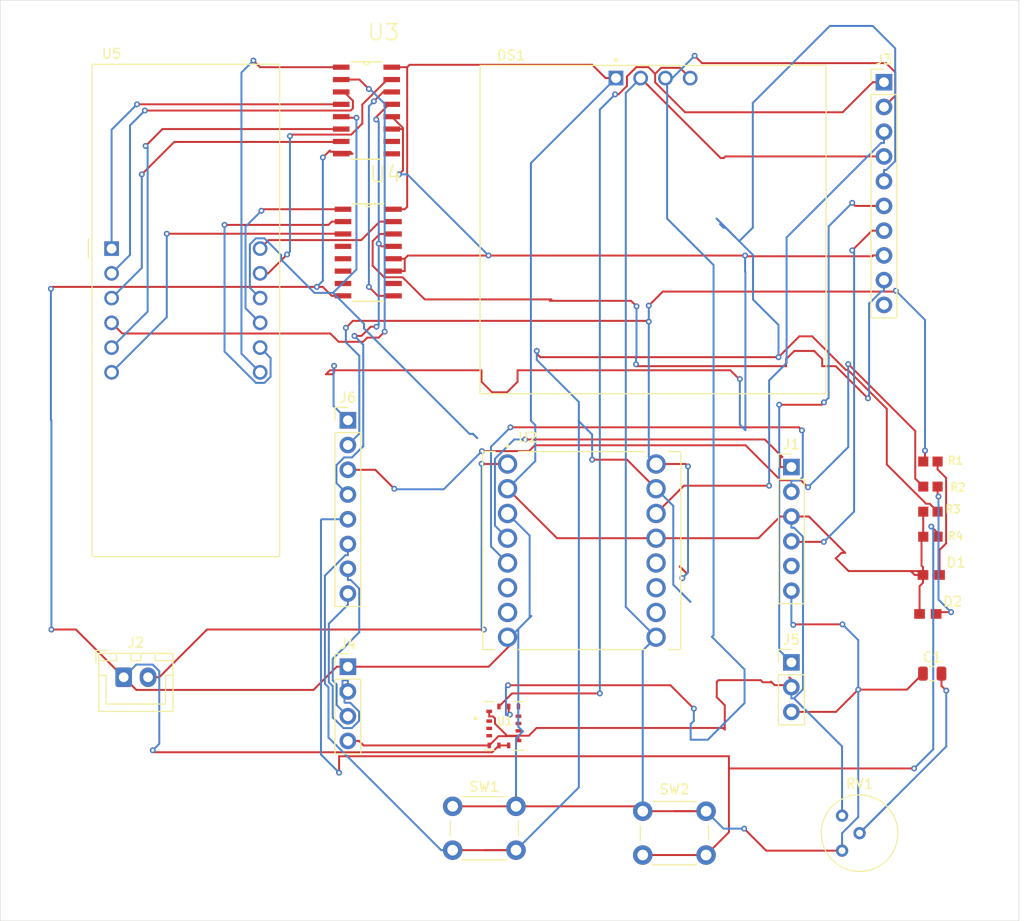
<source format=kicad_pcb>
(kicad_pcb (version 20241229) (generator "pcbnew") (generator_version "9.0")
  (layers (0 "F.Cu" signal) (2 "B.Cu" signal) (13 "F.Paste" user) (15 "B.Paste" user) (5 "F.SilkS" user "F.Silkscreen") (7 "B.SilkS" user "B.Silkscreen") (1 "F.Mask" user) (3 "B.Mask" user) (25 "Edge.Cuts" user))
  (net 0 "")
  (net 1 "VCC")
  (net 2 "Net-(D1-Pad2)")
  (net 3 "Net-(D2-Pad2)")
  (net 4 "SCL0")
  (net 5 "GND")
  (net 6 "SDA0")
  (net 7 "PD6")
  (net 8 "PD5")
  (net 9 "PD2")
  (net 10 "PD3")
  (net 19 "PD4")
  (net 21 "Net-(J2-Pin_2)")
  (net 24 "Net-(J1-Pin_1)")
  (net 26 "Net-(J1-Pin_2)")
  (net 27 "SPICLK")
  (net 28 "SS")
  (net 29 "Net-(U3-Q0)")
  (net 30 "Net-(U3-Q2)")
  (net 33 "Net-(U3-Q6)")
  (net 34 "Net-(U3-Q4)")
  (net 35 "Net-(U3-Q7)")
  (net 36 "Net-(U3-DS)")
  (net 37 "Net-(U3-Q3)")
  (net 38 "Net-(U3-Q5)")
  (net 39 "Net-(U3-Q1)")
  (net 40 "Net-(U4-Q2)")
  (net 42 "SPIDATA")
  (net 45 "Net-(U4-Q3)")
  (net 48 "Net-(U4-Q0)")
  (net 49 "Net-(U4-Q1)")
  (net 50 "PC0")
  (net 52 "PB0")
  (net 53 "SERPIN")
  (net 55 "ECHO")
  (net 56 "TRIG")
  (footprint "Button_Switch_THT:SW_PUSH_6mm" (layer "F.Cu") (at 170.164 107.2431)
    (property "Reference" "SW1")
    (property "Value" "SW_Push")
  )
  (footprint "RC0603JR-071KL:RESC1607X60N" (layer "F.Cu") (at 219.179 71.8491)
    (property "Reference" "R1")
    (property "Value" "RC0603JR-071KL")
  )
  (footprint "Connector_PinHeader_2.54mm:PinHeader_1x04_P2.54mm_Vertical" (layer "F.Cu") (at 159.414 92.9131)
    (property "Reference" "J4")
    (property "Value" "Conn_01x04_Socket")
  )
  (footprint "Potentiometer_THT:Potentiometer_Bourns_3339H_Vertical" (layer "F.Cu") (at 210.114 111.7931)
    (property "Reference" "RV1")
    (property "Value" "R_Potentiometer")
  )
  (footprint "ROB-14450:MODULE_ROB-14450" (layer "F.Cu") (at 183.414 80.9931)
    (property "Reference" "U2")
    (property "Value" "ROB-14450")
  )
  (footprint "LTST-C193TGKT-5A:0603" (layer "F.Cu") (at 219.264 83.4931)
    (property "Reference" "D1")
    (property "Value" "LTST-C193TGKT-5A")
  )
  (footprint "74HC595D_118:SOIC127P600X175-16N" (layer "F.Cu") (at 161.3232 35.8181)
    (property "Reference" "U3")
    (property "Value" "74HC595D_118")
  )
  (footprint "Connector_PinHeader_2.54mm:PinHeader_1x10_P2.54mm_Vertical" (layer "F.Cu") (at 214.414 32.9131)
    (property "Reference" "J3")
    (property "Value" "Conn_01x10")
  )
  (footprint "RC0603JR-071KL:RESC1607X60N" (layer "F.Cu") (at 219.179 74.4211)
    (property "Reference" "R2")
    (property "Value" "RC0603JR-071KL")
  )
  (footprint "Connector_PinHeader_2.54mm:PinHeader_1x06_P2.54mm_Vertical" (layer "F.Cu") (at 204.914 72.4131)
    (property "Reference" "J1")
    (property "Value" "Conn_01x06_Socket")
  )
  (footprint "RC0603JR-071KL:RESC1607X60N" (layer "F.Cu") (at 219.179 79.5651)
    (property "Reference" "R4")
    (property "Value" "RC0603JR-071KL")
  )
  (footprint "Connector_JST:JST_XH_B2B-XH-A_1x02_P2.50mm_Vertical" (layer "F.Cu") (at 136.414 93.9931)
    (property "Reference" "J2")
    (property "Value" "OSTTC020162")
  )
  (footprint "Display_7Segment:CA56-12SRWA" (layer "F.Cu") (at 135.174 49.9931)
    (property "Reference" "U5")
    (property "Value" "CA56-12SRWA")
  )
  (footprint "74HC595D_118:SOIC127P600X175-16N" (layer "F.Cu") (at 161.5048 50.3981)
    (property "Reference" "U4")
    (property "Value" "74HC595D_118")
  )
  (footprint "BMI160:PQFN50P250X300X88-14N" (layer "F.Cu") (at 175.414 98.9931)
    (property "Reference" "U1")
    (property "Value" "BMI160")
  )
  (footprint "OLED_128X64_1.3_I2C:LCD_OLED_128X64_1.3_I2C" (layer "F.Cu") (at 190.724 48.0431)
    (property "Reference" "DS1")
    (property "Value" "OLED_128X64_1.3_I2C")
  )
  (footprint "Capacitor_SMD:C_0805_2012Metric" (layer "F.Cu") (at 219.364 93.6181)
    (property "Reference" "C1")
    (property "Value" "01.µF")
  )
  (footprint "Connector_PinHeader_2.54mm:PinHeader_1x08_P2.54mm_Vertical" (layer "F.Cu") (at 159.414 67.6181)
    (property "Reference" "J6")
    (property "Value" "Conn_01x08")
  )
  (footprint "LTST-C193TGKT-5A:0603" (layer "F.Cu") (at 218.914 87.4931)
    (property "Reference" "D2")
    (property "Value" "LTST-C193TGKT-5A")
  )
  (footprint "RC0603JR-071KL:RESC1607X60N" (layer "F.Cu") (at 219.179 76.9931)
    (property "Reference" "R3")
    (property "Value" "RC0603JR-071KL")
  )
  (footprint "Button_Switch_THT:SW_PUSH_6mm" (layer "F.Cu") (at 189.664 107.7431)
    (property "Reference" "SW2")
    (property "Value" "SW_Push")
  )
  (footprint "Connector_PinHeader_2.54mm:PinHeader_1x03_P2.54mm_Vertical" (layer "F.Cu") (at 204.914 92.4681)
    (property "Reference" "J5")
    (property "Value" "Conn_01x03_Socket")
  )
  (gr_rect (start 123.75 24.5) (end 228.25 119) (stroke (width 0.05)) (fill no) (layer "Edge.Cuts"))
  (segment (start 174.51 98.217838) (end 174.309262 98.0171) (width 0.2) (layer "F.Cu") (net 1))
  (segment (start 197.911 99.1989) (end 198.08 99.368) (width 0.2) (layer "F.Cu") (net 1))
  (segment (start 173.9164 100.993) (end 173.9165 100.9931) (width 0.2) (layer "F.Cu") (net 1))
  (segment (start 202.83 94.4412) (end 203.194 94.8048) (width 0.2) (layer "F.Cu") (net 1))
  (segment (start 175.7431 99.9931) (end 174.51 98.76) (width 0.2) (layer "F.Cu") (net 1))
  (segment (start 184.492 31.1272) (end 165.744 31.1272) (width 0.2) (layer "F.Cu") (net 1))
  (segment (start 217.1614 83.0922) (end 217.5623 83.4931) (width 0.2) (layer "F.Cu") (net 1))
  (segment (start 197.435 94.2933) (end 201.765 94.2933) (width 0.2) (layer "F.Cu") (net 1))
  (segment (start 176.914 100.493) (end 176.914 100.0415) (width 0.2) (layer "F.Cu") (net 1))
  (segment (start 164.096 45.9531) (end 165.248 45.9531) (width 0.2) (layer "F.Cu") (net 1))
  (segment (start 161.026 100.993) (end 173.916 100.993) (width 0.2) (layer "F.Cu") (net 1))
  (segment (start 159.99 100.533) (end 159.4141 100.533) (width 0.2) (layer "F.Cu") (net 1))
  (segment (start 197.259 96.0436) (end 197.259 94.47) (width 0.2) (layer "F.Cu") (net 1))
  (segment (start 204.707 94.0223) (end 204.707 94.022) (width 0.2) (layer "F.Cu") (net 1))
  (segment (start 218.414 83.4931) (end 217.5623 83.4931) (width 0.2) (layer "F.Cu") (net 1))
  (segment (start 175.794 74.6431) (end 180.874 79.7231) (width 0.2) (layer "F.Cu") (net 1))
  (segment (start 191.034 79.7231) (end 201.5323 79.7231) (width 0.2) (layer "F.Cu") (net 1))
  (segment (start 204.374 94.8048) (end 204.932 94.247) (width 0.2) (layer "F.Cu") (net 1))
  (segment (start 218.265 82.5428) (end 218.414 82.6914) (width 0.2) (layer "F.Cu") (net 1))
  (segment (start 174.309262 98.0171) (end 173.914 98.0171) (width 0.2) (layer "F.Cu") (net 1))
  (segment (start 173.916 100.993) (end 173.9164 100.993) (width 0.2) (layer "F.Cu") (net 1))
  (segment (start 176.914 100.0415) (end 176.914 99.9931) (width 0.2) (layer "F.Cu") (net 1))
  (segment (start 204.914 95.0081) (end 204.5773 95.0081) (width 0.2) (layer "F.Cu") (net 1))
  (segment (start 218.414 83.4931) (end 218.414 84.2948) (width 0.2) (layer "F.Cu") (net 1))
  (segment (start 173.9165 100.9931) (end 174.8681 100.0415) (width 0.2) (layer "F.Cu") (net 1))
  (segment (start 185.858 32.4931) (end 184.492 31.1272) (width 0.2) (layer "F.Cu") (net 1))
  (segment (start 177.982 99.9931) (end 178.776 99.1989) (width 0.2) (layer "F.Cu") (net 1))
  (segment (start 217.1614 83.0922) (end 218.414 83.0922) (width 0.2) (layer "F.Cu") (net 1))
  (segment (start 201.5323 79.7231) (end 203.7623 77.4931) (width 0.2) (layer "F.Cu") (net 1))
  (segment (start 204.914 77.4931) (end 203.7623 77.4931) (width 0.2) (layer "F.Cu") (net 1))
  (segment (start 165.248 45.9531) (end 165.498 45.7029) (width 0.2) (layer "F.Cu") (net 1))
  (segment (start 159.99 100.533) (end 160.566 100.533) (width 0.2) (layer "F.Cu") (net 1))
  (segment (start 176.914 99.9931) (end 177.982 99.9931) (width 0.2) (layer "F.Cu") (net 1))
  (segment (start 203.194 94.8048) (end 204.374 94.8048) (width 0.2) (layer "F.Cu") (net 1))
  (segment (start 201.765 94.2933) (end 201.984 94.5119) (width 0.2) (layer "F.Cu") (net 1))
  (segment (start 204.914 77.4931) (end 206.714 77.4931) (width 0.2) (layer "F.Cu") (net 1))
  (segment (start 201.984 94.5119) (end 202.76 94.5119) (width 0.2) (layer "F.Cu") (net 1))
  (segment (start 202.76 94.5119) (end 202.83 94.4412) (width 0.2) (layer "F.Cu") (net 1))
  (segment (start 214.5965 83.0922) (end 217.1614 83.0922) (width 0.2) (layer "F.Cu") (net 1))
  (segment (start 159.4141 100.533) (end 159.414 100.5331) (width 0.2) (layer "F.Cu") (net 1))
  (segment (start 218.414 84.2948) (end 218.064 84.6448) (width 0.2) (layer "F.Cu") (net 1))
  (segment (start 198.08 96.8653) (end 197.259 96.0436) (width 0.2) (layer "F.Cu") (net 1))
  (segment (start 159.414 100.533) (end 159.99 100.533) (width 0.2) (layer "F.Cu") (net 1))
  (segment (start 197.259 94.47) (end 197.435 94.2933) (width 0.2) (layer "F.Cu") (net 1))
  (segment (start 210.443 81.222) (end 210.046 81.222) (width 0.2) (layer "F.Cu") (net 1))
  (segment (start 163.914 31.3731) (end 165.498 31.3731) (width 0.2) (layer "F.Cu") (net 1))
  (segment (start 160.566 100.533) (end 161.026 100.993) (width 0.2) (layer "F.Cu") (net 1))
  (segment (start 218.064 84.6448) (end 218.064 87.4931) (width 0.2) (layer "F.Cu") (net 1))
  (segment (start 204.82 94.1345) (end 204.707 94.0223) (width 0.2) (layer "F.Cu") (net 1))
  (segment (start 209.477 81.7904) (end 210.779 83.0922) (width 0.2) (layer "F.Cu") (net 1))
  (segment (start 165.498 45.7029) (end 165.498 31.3731) (width 0.2) (layer "F.Cu") (net 1))
  (segment (start 165.744 31.1272) (end 165.498 31.3731) (width 0.2) (layer "F.Cu") (net 1))
  (segment (start 204.932 94.247) (end 204.82 94.1345) (width 0.2) (layer "F.Cu") (net 1))
  (segment (start 198.08 99.368) (end 198.08 96.8653) (width 0.2) (layer "F.Cu") (net 1))
  (segment (start 174.8681 100.0415) (end 176.914 100.0415) (width 0.2) (layer "F.Cu") (net 1))
  (segment (start 174.51 98.76) (end 174.51 98.217838) (width 0.2) (layer "F.Cu") (net 1))
  (segment (start 206.714 77.4931) (end 210.443 81.222) (width 0.2) (layer "F.Cu") (net 1))
  (segment (start 180.874 79.7231) (end 191.034 79.7231) (width 0.2) (layer "F.Cu") (net 1))
  (segment (start 176.914 100.4931) (end 176.914 100.493) (width 0.2) (layer "F.Cu") (net 1))
  (segment (start 218.444 79.5651) (end 218.265 79.7437) (width 0.2) (layer "F.Cu") (net 1))
  (segment (start 218.414 82.6914) (end 218.414 83.4931) (width 0.2) (layer "F.Cu") (net 1))
  (segment (start 178.776 99.1989) (end 197.911 99.1989) (width 0.2) (layer "F.Cu") (net 1))
  (segment (start 204.5773 95.0081) (end 204.374 94.8048) (width 0.2) (layer "F.Cu") (net 1))
  (segment (start 176.914 99.9931) (end 175.7431 99.9931) (width 0.2) (layer "F.Cu") (net 1))
  (segment (start 173.914 98.0171) (end 173.914 97.4931) (width 0.2) (layer "F.Cu") (net 1))
  (segment (start 218.444 76.9931) (end 218.444 79.5651) (width 0.2) (layer "F.Cu") (net 1))
  (segment (start 210.779 83.0922) (end 214.5965 83.0922) (width 0.2) (layer "F.Cu") (net 1))
  (segment (start 218.265 79.7437) (end 218.265 82.5428) (width 0.2) (layer "F.Cu") (net 1))
  (segment (start 186.914 32.4931) (end 185.858 32.4931) (width 0.2) (layer "F.Cu") (net 1))
  (segment (start 210.046 81.222) (end 209.477 81.7904) (width 0.2) (layer "F.Cu") (net 1))
  (segment (start 164.0956 45.9531) (end 164.096 45.9531) (width 0.2) (layer "F.Cu") (net 1))
  (segment (start 204.707 94.022) (end 204.82 94.1345) (width 0.2) (layer "F.Cu") (net 1))
  (segment (start 210.114 101.0913) (end 205.607 96.5843) (width 0.2) (layer "B.Cu") (net 1))
  (segment (start 205.1825 96.1598) (end 204.914 96.1598) (width 0.2) (layer "B.Cu") (net 1))
  (segment (start 178.64 68.1109) (end 178.64 71.7974) (width 0.2) (layer "B.Cu") (net 1))
  (segment (start 206.1069 79.5692) (end 205.1825 78.6448) (width 0.2) (layer "B.Cu") (net 1))
  (segment (start 204.914 77.4931) (end 204.914 78.6448) (width 0.2) (layer "B.Cu") (net 1))
  (segment (start 205.1825 78.6448) (end 204.914 78.6448) (width 0.2) (layer "B.Cu") (net 1))
  (segment (start 205.1825 96.1598) (end 206.1069 95.2354) (width 0.2) (layer "B.Cu") (net 1))
  (segment (start 204.914 95.0081) (end 204.914 96.1598) (width 0.2) (layer "B.Cu") (net 1))
  (segment (start 206.1069 95.2354) (end 206.1069 79.5692) (width 0.2) (layer "B.Cu") (net 1))
  (segment (start 210.114 108.201) (end 210.114 101.0913) (width 0.2) (layer "B.Cu") (net 1))
  (segment (start 178.192 41.215) (end 178.192 67.6633) (width 0.2) (layer "B.Cu") (net 1))
  (segment (start 186.914 32.4931) (end 178.192 41.215) (width 0.2) (layer "B.Cu") (net 1))
  (segment (start 178.64 71.7974) (end 175.794 74.6431) (width 0.2) (layer "B.Cu") (net 1))
  (segment (start 178.192 67.6633) (end 178.64 68.1109) (width 0.2) (layer "B.Cu") (net 1))
  (segment (start 205.607 96.5843) (end 205.1825 96.1598) (width 0.2) (layer "B.Cu") (net 1))
  (segment (start 220.788 73.5353) (end 220.788 80.2516) (width 0.2) (layer "F.Cu") (net 2))
  (segment (start 220.788 80.2516) (end 220.114 80.9261) (width 0.2) (layer "F.Cu") (net 2))
  (segment (start 219.914 71.8491) (end 219.914 72.6608) (width 0.2) (layer "F.Cu") (net 2))
  (segment (start 220.114 80.9261) (end 220.114 83.4931) (width 0.2) (layer "F.Cu") (net 2))
  (segment (start 219.914 72.6608) (end 220.788 73.5353) (width 0.2) (layer "F.Cu") (net 2))
  (segment (start 219.914 74.4211) (end 219.914 75.3496) (width 0.2) (layer "F.Cu") (net 3))
  (segment (start 221.3 87.313) (end 219.944 87.313) (width 0.2) (layer "F.Cu") (net 3))
  (segment (start 219.944 87.313) (end 219.764 87.4931) (width 0.2) (layer "F.Cu") (net 3))
  (segment (start 219.914 75.3496) (end 220.006 75.442) (width 0.2) (layer "F.Cu") (net 3))
  (via (at 221.3 87.313) (size 0.6) (drill 0.3) (layers "F.Cu" "B.Cu") (net 3))
  (via (at 220.006 75.442) (size 0.6) (drill 0.3) (layers "F.Cu" "B.Cu") (net 3))
  (segment (start 220.006 75.442) (end 220.006 86.0194) (width 0.2) (layer "B.Cu") (net 3))
  (segment (start 220.006 86.0194) (end 221.3 87.313) (width 0.2) (layer "B.Cu") (net 3))
  (segment (start 175.914 97.7134) (end 175.914 96.9931) (width 0.2) (layer "F.Cu") (net 4))
  (segment (start 192.506 94.8147) (end 175.847 94.8147) (width 0.2) (layer "F.Cu") (net 4))
  (segment (start 214.414 35.4531) (end 215.574 34.2935) (width 0.2) (layer "F.Cu") (net 4))
  (segment (start 195.748 30.9562) (end 194.991 30.1992) (width 0.2) (layer "F.Cu") (net 4))
  (segment (start 215.574 34.2935) (end 215.574 31.8967) (width 0.2) (layer "F.Cu") (net 4))
  (segment (start 194.907 97.215) (end 192.506 94.8147) (width 0.2) (layer "F.Cu") (net 4))
  (segment (start 214.633 30.9562) (end 195.748 30.9562) (width 0.2) (layer "F.Cu") (net 4))
  (segment (start 176.033 97.8323) (end 175.914 97.7134) (width 0.2) (layer "F.Cu") (net 4))
  (segment (start 215.574 31.8967) (end 214.633 30.9562) (width 0.2) (layer "F.Cu") (net 4))
  (via (at 175.847 94.8147) (size 0.6) (drill 0.3) (layers "F.Cu" "B.Cu") (net 4))
  (via (at 194.991 30.1992) (size 0.6) (drill 0.3) (layers "F.Cu" "B.Cu") (net 4))
  (via (at 194.907 97.215) (size 0.6) (drill 0.3) (layers "F.Cu" "B.Cu") (net 4))
  (via (at 176.033 97.8323) (size 0.6) (drill 0.3) (layers "F.Cu" "B.Cu") (net 4))
  (segment (start 200.111 96.6402) (end 199.909 96.8422) (width 0.2) (layer "B.Cu") (net 4))
  (segment (start 175.847 94.8147) (end 175.63 95.0322) (width 0.2) (layer "B.Cu") (net 4))
  (segment (start 196.93 89.6836) (end 196.763 89.8499) (width 0.2) (layer "B.Cu") (net 4))
  (segment (start 192.167 32.6661) (end 192.167 33.0234) (width 0.2) (layer "B.Cu") (net 4))
  (segment (start 196.93 51.6794) (end 196.93 89.6836) (width 0.2) (layer "B.Cu") (net 4))
  (segment (start 194.991 30.1992) (end 192.167 33.0234) (width 0.2) (layer "B.Cu") (net 4))
  (segment (start 175.63 97.875) (end 175.672 97.8323) (width 0.2) (layer "B.Cu") (net 4))
  (segment (start 191.994 32.4931) (end 192.167 32.6661) (width 0.2) (layer "B.Cu") (net 4))
  (segment (start 192.167 46.9171) (end 196.93 51.6794) (width 0.2) (layer "B.Cu") (net 4))
  (segment (start 196.763 89.8499) (end 200.111 93.1975) (width 0.2) (layer "B.Cu") (net 4))
  (segment (start 192.167 33.0234) (end 192.167 46.9171) (width 0.2) (layer "B.Cu") (net 4))
  (segment (start 194.581 100.405) (end 194.581 98.8027) (width 0.2) (layer "B.Cu") (net 4))
  (segment (start 175.672 97.8323) (end 176.033 97.8323) (width 0.2) (layer "B.Cu") (net 4))
  (segment (start 194.581 98.8027) (end 194.907 98.477) (width 0.2) (layer "B.Cu") (net 4))
  (segment (start 200.111 93.1975) (end 200.111 96.6402) (width 0.2) (layer "B.Cu") (net 4))
  (segment (start 194.907 98.477) (end 194.907 97.215) (width 0.2) (layer "B.Cu") (net 4))
  (segment (start 175.63 95.0322) (end 175.63 97.875) (width 0.2) (layer "B.Cu") (net 4))
  (segment (start 196.346 100.405) (end 194.581 100.405) (width 0.2) (layer "B.Cu") (net 4))
  (segment (start 199.909 96.8422) (end 196.346 100.405) (width 0.2) (layer "B.Cu") (net 4))
  (segment (start 129 89.093) (end 131.514 89.093) (width 0.2) (layer "F.Cu") (net 5))
  (segment (start 192.914 107.743) (end 196.1639 107.743) (width 0.2) (layer "F.Cu") (net 5))
  (segment (start 216.77 95.2619) (end 211.775 95.2619) (width 0.2) (layer "F.Cu") (net 5))
  (segment (start 218.414 93.6181) (end 216.77 95.2619) (width 0.2) (layer "F.Cu") (net 5))
  (segment (start 157.761 54.8431) (end 156.841 53.9225) (width 0.2) (layer "F.Cu") (net 5))
  (segment (start 196.164 107.743) (end 192.914 107.743) (width 0.2) (layer "F.Cu") (net 5))
  (segment (start 156.224 53.9225) (end 129.198 53.9225) (width 0.2) (layer "F.Cu") (net 5))
  (segment (start 175.794 89.8831) (end 175.794 90.3522) (width 0.2) (layer "F.Cu") (net 5))
  (segment (start 156.849 40.6408) (end 157.549 39.9405) (width 0.2) (layer "F.Cu") (net 5))
  (segment (start 139.6 101.692) (end 139.399 101.491) (width 0.2) (layer "F.Cu") (net 5))
  (segment (start 157.591 39.9817) (end 157.591 39.993) (width 0.2) (layer "F.Cu") (net 5))
  (segment (start 158.262 92.9131) (end 159.414 92.9131) (width 0.2) (layer "F.Cu") (net 5))
  (segment (start 129 54.12) (end 128.948 54.12) (width 0.2) (layer "F.Cu") (net 5))
  (segment (start 159.673 40.0514) (end 159.885 40.2631) (width 0.2) (layer "F.Cu") (net 5))
  (segment (start 176.664 107.2431) (end 176.664 107.243) (width 0.2) (layer "F.Cu") (net 5))
  (segment (start 202.333 111.793) (end 210.114 111.793) (width 0.2) (layer "F.Cu") (net 5))
  (segment (start 196.1639 107.743) (end 196.164 107.7431) (width 0.2) (layer "F.Cu") (net 5))
  (segment (start 174.215 101.692) (end 139.6 101.692) (width 0.2) (layer "F.Cu") (net 5))
  (segment (start 197.66 40.6994) (end 197.979 40.6994) (width 0.2) (layer "F.Cu") (net 5))
  (segment (start 136.414 93.9931) (end 137.716 95.2948) (width 0.2) (layer "F.Cu") (net 5))
  (segment (start 214.412 40.5346) (end 214.414 40.5331) (width 0.2) (layer "F.Cu") (net 5))
  (segment (start 210.154 88.5645) (end 205.163 88.5645) (width 0.2) (layer "F.Cu") (net 5))
  (segment (start 157.549 39.9405) (end 157.55 39.9405) (width 0.2) (layer "F.Cu") (net 5))
  (segment (start 189.164 107.243) (end 189.664 107.743) (width 0.2) (layer "F.Cu") (net 5))
  (segment (start 157.649 40.0514) (end 159.673 40.0514) (width 0.2) (layer "F.Cu") (net 5))
  (segment (start 131.514 89.093) (end 136.414 93.9931) (width 0.2) (layer "F.Cu") (net 5))
  (segment (start 158.7324 40.2631) (end 158.732 40.2631) (width 0.2) (layer "F.Cu") (net 5))
  (segment (start 175.794 90.3522) (end 176.103 90.6612) (width 0.2) (layer "F.Cu") (net 5))
  (segment (start 198.144 40.5346) (end 214.412 40.5346) (width 0.2) (layer "F.Cu") (net 5))
  (segment (start 129.198 53.9225) (end 129 54.12) (width 0.2) (layer "F.Cu") (net 5))
  (segment (start 137.716 95.2948) (end 155.881 95.2948) (width 0.2) (layer "F.Cu") (net 5))
  (segment (start 205.163 88.5645) (end 205.109 88.6186) (width 0.2) (layer "F.Cu") (net 5))
  (segment (start 157.55 39.9405) (end 157.591 39.9817) (width 0.2) (layer "F.Cu") (net 5))
  (segment (start 174.914 100.993) (end 174.215 101.692) (width 0.2) (layer "F.Cu") (net 5))
  (segment (start 170.164 107.243) (end 176.664 107.243) (width 0.2) (layer "F.Cu") (net 5))
  (segment (start 175.914 100.993) (end 174.914 100.993) (width 0.2) (layer "F.Cu") (net 5))
  (segment (start 170.164 107.2431) (end 170.164 107.243) (width 0.2) (layer "F.Cu") (net 5))
  (segment (start 210.114 111.7931) (end 210.114 111.793) (width 0.2) (layer "F.Cu") (net 5))
  (segment (start 159.885 40.2631) (end 158.7324 40.2631) (width 0.2) (layer "F.Cu") (net 5))
  (segment (start 174.914 100.9931) (end 174.914 100.993) (width 0.2) (layer "F.Cu") (net 5))
  (segment (start 156.841 53.9225) (end 156.224 53.9225) (width 0.2) (layer "F.Cu") (net 5))
  (segment (start 189.664 107.7431) (end 189.664 107.743) (width 0.2) (layer "F.Cu") (net 5))
  (segment (start 155.881 95.2948) (end 158.262 92.9131) (width 0.2) (layer "F.Cu") (net 5))
  (segment (start 189.454 32.4931) (end 197.66 40.6994) (width 0.2) (layer "F.Cu") (net 5))
  (segment (start 175.914 100.9931) (end 175.914 100.993) (width 0.2) (layer "F.Cu") (net 5))
  (segment (start 200.072 109.533) (end 202.333 111.793) (width 0.2) (layer "F.Cu") (net 5))
  (segment (start 158.914 54.8431) (end 157.761 54.8431) (width 0.2) (layer "F.Cu") (net 5))
  (segment (start 197.979 40.6994) (end 198.144 40.5346) (width 0.2) (layer "F.Cu") (net 5))
  (segment (start 176.103 90.6612) (end 173.851 92.9131) (width 0.2) (layer "F.Cu") (net 5))
  (segment (start 204.914 97.5481) (end 209.4888 97.5481) (width 0.2) (layer "F.Cu") (net 5))
  (segment (start 176.664 107.243) (end 189.164 107.243) (width 0.2) (layer "F.Cu") (net 5))
  (segment (start 173.851 92.9131) (end 159.414 92.9131) (width 0.2) (layer "F.Cu") (net 5))
  (segment (start 209.4888 97.5481) (end 211.775 95.2619) (width 0.2) (layer "F.Cu") (net 5))
  (segment (start 157.591 39.993) (end 157.649 40.0514) (width 0.2) (layer "F.Cu") (net 5))
  (segment (start 192.914 107.743) (end 189.664 107.743) (width 0.2) (layer "F.Cu") (net 5))
  (via (at 205.109 88.6186) (size 0.6) (drill 0.3) (layers "F.Cu" "B.Cu") (net 5))
  (via (at 156.849 40.6408) (size 0.6) (drill 0.3) (layers "F.Cu" "B.Cu") (net 5))
  (via (at 128.948 54.12) (size 0.6) (drill 0.3) (layers "F.Cu" "B.Cu") (net 5))
  (via (at 211.775 95.2619) (size 0.6) (drill 0.3) (layers "F.Cu" "B.Cu") (net 5))
  (via (at 210.154 88.5645) (size 0.6) (drill 0.3) (layers "F.Cu" "B.Cu") (net 5))
  (via (at 129 89.093) (size 0.6) (drill 0.3) (layers "F.Cu" "B.Cu") (net 5))
  (via (at 200.072 109.533) (size 0.6) (drill 0.3) (layers "F.Cu" "B.Cu") (net 5))
  (via (at 156.224 53.9225) (size 0.6) (drill 0.3) (layers "F.Cu" "B.Cu") (net 5))
  (via (at 139.399 101.491) (size 0.6) (drill 0.3) (layers "F.Cu" "B.Cu") (net 5))
  (segment (start 128.948 67.5724) (end 128.948 54.12) (width 0.2) (layer "B.Cu") (net 5))
  (segment (start 196.164 107.743) (end 196.1641 107.7431) (width 0.2) (layer "B.Cu") (net 5))
  (segment (start 129 67.6244) (end 128.948 67.5724) (width 0.2) (layer "B.Cu") (net 5))
  (segment (start 176.897 99.074) (end 176.897 89.0359) (width 0.2) (layer "B.Cu") (net 5))
  (segment (start 140.066 93.366) (end 139.391 92.6914) (width 0.2) (layer "B.Cu") (net 5))
  (segment (start 196.164 107.7431) (end 196.1641 107.7431) (width 0.2) (layer "B.Cu") (net 5))
  (segment (start 205.109 88.6186) (end 204.914 88.4235) (width 0.2) (layer "B.Cu") (net 5))
  (segment (start 187.925 34.0217) (end 187.925 86.7745) (width 0.2) (layer "B.Cu") (net 5))
  (segment (start 196.1641 107.7431) (end 197.954 109.533) (width 0.2) (layer "B.Cu") (net 5))
  (segment (start 178.061 87.8715) (end 178.227 87.7052) (width 0.2) (layer "B.Cu") (net 5))
  (segment (start 139.399 101.491) (end 140.066 100.824) (width 0.2) (layer "B.Cu") (net 5))
  (segment (start 176.664 100.256) (end 177.371 99.5488) (width 0.2) (layer "B.Cu") (net 5))
  (segment (start 178.227 87.7052) (end 178.061 87.8705) (width 0.2) (layer "B.Cu") (net 5))
  (segment (start 211.775 95.2619) (end 211.775 90.1853) (width 0.2) (layer "B.Cu") (net 5))
  (segment (start 178.061 79.4501) (end 178.061 87.8705) (width 0.2) (layer "B.Cu") (net 5))
  (segment (start 140.066 100.824) (end 140.066 93.366) (width 0.2) (layer "B.Cu") (net 5))
  (segment (start 176.05 89.8831) (end 175.794 89.8831) (width 0.2) (layer "B.Cu") (net 5))
  (segment (start 197.954 109.533) (end 200.072 109.533) (width 0.2) (layer "B.Cu") (net 5))
  (segment (start 187.925 86.7745) (end 191.034 89.8831) (width 0.2) (layer "B.Cu") (net 5))
  (segment (start 156.849 53.2974) (end 156.224 53.9225) (width 0.2) (layer "B.Cu") (net 5))
  (segment (start 178.061 87.8705) (end 178.06 87.8715) (width 0.2) (layer "B.Cu") (net 5))
  (segment (start 210.114 109.997) (end 211.775 108.336) (width 0.2) (layer "B.Cu") (net 5))
  (segment (start 156.849 40.6408) (end 156.849 53.2974) (width 0.2) (layer "B.Cu") (net 5))
  (segment (start 189.664 91.2531) (end 191.034 89.8831) (width 0.2) (layer "B.Cu") (net 5))
  (segment (start 189.664 107.7431) (end 189.664 107.743) (width 0.2) (layer "B.Cu") (net 5))
  (segment (start 129 89.093) (end 129 67.6244) (width 0.2) (layer "B.Cu") (net 5))
  (segment (start 176.664 107.243) (end 176.664 100.256) (width 0.2) (layer "B.Cu") (net 5))
  (segment (start 178.06 87.8715) (end 178.061 87.8715) (width 0.2) (layer "B.Cu") (net 5))
  (segment (start 139.391 92.6914) (end 137.716 92.6914) (width 0.2) (layer "B.Cu") (net 5))
  (segment (start 177.894 88.0378) (end 178.06 87.8715) (width 0.2) (layer "B.Cu") (net 5))
  (segment (start 210.114 111.793) (end 210.114 109.997) (width 0.2) (layer "B.Cu") (net 5))
  (segment (start 189.664 107.743) (end 189.664 91.2531) (width 0.2) (layer "B.Cu") (net 5))
  (segment (start 211.775 90.1853) (end 210.154 88.5645) (width 0.2) (layer "B.Cu") (net 5))
  (segment (start 189.454 32.4931) (end 187.925 34.0217) (width 0.2) (layer "B.Cu") (net 5))
  (segment (start 176.664 107.2431) (end 176.664 107.243) (width 0.2) (layer "B.Cu") (net 5))
  (segment (start 177.371 99.5488) (end 176.897 99.074) (width 0.2) (layer "B.Cu") (net 5))
  (segment (start 176.897 89.0359) (end 177.23 88.7032) (width 0.2) (layer "B.Cu") (net 5))
  (segment (start 137.716 92.6914) (end 136.414 93.9931) (width 0.2) (layer "B.Cu") (net 5))
  (segment (start 210.114 111.7931) (end 210.114 111.793) (width 0.2) (layer "B.Cu") (net 5))
  (segment (start 177.23 88.7032) (end 177.894 88.0387) (width 0.2) (layer "B.Cu") (net 5))
  (segment (start 176.897 89.0359) (end 176.05 89.8831) (width 0.2) (layer "B.Cu") (net 5))
  (segment (start 175.794 77.1831) (end 178.061 79.4501) (width 0.2) (layer "B.Cu") (net 5))
  (segment (start 204.914 88.4235) (end 204.914 85.1131) (width 0.2) (layer "B.Cu") (net 5))
  (segment (start 211.775 108.336) (end 211.775 95.2619) (width 0.2) (layer "B.Cu") (net 5))
  (segment (start 177.894 88.0387) (end 177.894 88.0378) (width 0.2) (layer "B.Cu") (net 5))
  (segment (start 193.478 31.4374) (end 194.534 32.4931) (width 0.2) (layer "F.Cu") (net 6))
  (segment (start 213.262 32.9131) (end 210.1751 36) (width 0.2) (layer "F.Cu") (net 6))
  (segment (start 210.1751 36) (end 194.0076 36) (width 0.2) (layer "F.Cu") (net 6))
  (segment (start 190.938 32.9304) (end 190.938 32.0558) (width 0.2) (layer "F.Cu") (net 6))
  (segment (start 189.0082 31.3664) (end 190.2486 31.3664) (width 0.2) (layer "F.Cu") (net 6))
  (segment (start 191.557 31.4374) (end 193.478 31.4374) (width 0.2) (layer "F.Cu") (net 6))
  (segment (start 187.1818 34.16) (end 188.0425 33.2993) (width 0.2) (layer "F.Cu") (net 6))
  (segment (start 176.2533 95.6538) (end 185.2635 95.6538) (width 0.2) (layer "F.Cu") (net 6))
  (segment (start 188.0425 32.3321) (end 189.0082 31.3664) (width 0.2) (layer "F.Cu") (net 6))
  (segment (start 190.938 32.0558) (end 191.557 31.4374) (width 0.2) (layer "F.Cu") (net 6))
  (segment (start 190.2486 31.3664) (end 190.938 32.0558) (width 0.2) (layer "F.Cu") (net 6))
  (segment (start 174.914 96.9931) (end 176.2533 95.6538) (width 0.2) (layer "F.Cu") (net 6))
  (segment (start 214.414 32.9131) (end 213.262 32.9131) (width 0.2) (layer "F.Cu") (net 6))
  (segment (start 194.0076 36) (end 190.938 32.9304) (width 0.2) (layer "F.Cu") (net 6))
  (segment (start 188.0425 33.2993) (end 188.0425 32.3321) (width 0.2) (layer "F.Cu") (net 6))
  (segment (start 186.8292 34.16) (end 187.1818 34.16) (width 0.2) (layer "F.Cu") (net 6))
  (via (at 186.8292 34.16) (size 0.6) (drill 0.3) (layers "F.Cu" "B.Cu") (net 6))
  (via (at 185.2635 95.6538) (size 0.6) (drill 0.3) (layers "F.Cu" "B.Cu") (net 6))
  (segment (start 185.2635 95.6538) (end 185.2635 35.7257) (width 0.2) (layer "B.Cu") (net 6))
  (segment (start 185.2635 35.7257) (end 186.8292 34.16) (width 0.2) (layer "B.Cu") (net 6))
  (segment (start 194.066 72.1031) (end 194.311 72.3475) (width 0.2) (layer "F.Cu") (net 7))
  (segment (start 190.205 57.4084) (end 159.931 57.4084) (width 0.2) (layer "F.Cu") (net 7))
  (segment (start 215.536 54.4069) (end 191.722 54.4069) (width 0.2) (layer "F.Cu") (net 7))
  (segment (start 191.034 72.1031) (end 194.066 72.1031) (width 0.2) (layer "F.Cu") (net 7))
  (segment (start 215.626 54.3164) (end 215.536 54.4069) (width 0.2) (layer "F.Cu") (net 7))
  (segment (start 194.192 83.3503) (end 193.467 82.6254) (width 0.2) (layer "F.Cu") (net 7))
  (segment (start 193.728 83.8143) (end 194.192 83.3503) (width 0.2) (layer "F.Cu") (net 7))
  (segment (start 218.624 71.669) (end 218.624 70.726) (width 0.2) (layer "F.Cu") (net 7))
  (segment (start 193.728 83.8203) (end 193.728 83.8143) (width 0.2) (layer "F.Cu") (net 7))
  (segment (start 193.467 82.6253) (end 193.467 82.6252) (width 0.2) (layer "F.Cu") (net 7))
  (segment (start 190.284 57.4873) (end 190.205 57.4084) (width 0.2) (layer "F.Cu") (net 7))
  (segment (start 218.444 71.8491) (end 218.624 71.669) (width 0.2) (layer "F.Cu") (net 7))
  (segment (start 194.192 83.3502) (end 194.192 83.3503) (width 0.2) (layer "F.Cu") (net 7))
  (segment (start 193.467 82.6252) (end 194.192 83.3502) (width 0.2) (layer "F.Cu") (net 7))
  (segment (start 191.722 54.4069) (end 190.284 55.8456) (width 0.2) (layer "F.Cu") (net 7))
  (segment (start 159.931 57.4084) (end 159.211 58.1286) (width 0.2) (layer "F.Cu") (net 7))
  (via (at 190.284 57.4873) (size 0.6) (drill 0.3) (layers "F.Cu" "B.Cu") (net 7))
  (via (at 215.626 54.3164) (size 0.6) (drill 0.3) (layers "F.Cu" "B.Cu") (net 7))
  (via (at 193.728 83.8203) (size 0.6) (drill 0.3) (layers "F.Cu" "B.Cu") (net 7))
  (via (at 194.311 72.3475) (size 0.6) (drill 0.3) (layers "F.Cu" "B.Cu") (net 7))
  (via (at 190.284 55.8456) (size 0.6) (drill 0.3) (layers "F.Cu" "B.Cu") (net 7))
  (via (at 218.624 70.726) (size 0.6) (drill 0.3) (layers "F.Cu" "B.Cu") (net 7))
  (via (at 159.211 58.1286) (size 0.6) (drill 0.3) (layers "F.Cu" "B.Cu") (net 7))
  (segment (start 190.284 57.4873) (end 190.284 71.3526) (width 0.2) (layer "B.Cu") (net 7))
  (segment (start 194.311 72.3475) (end 194.311 83.2375) (width 0.2) (layer "B.Cu") (net 7))
  (segment (start 190.284 71.3526) (end 191.034 72.1031) (width 0.2) (layer "B.Cu") (net 7))
  (segment (start 190.284 55.8456) (end 190.284 57.4873) (width 0.2) (layer "B.Cu") (net 7))
  (segment (start 159.211 59.6225) (end 159.211 58.1286) (width 0.2) (layer "B.Cu") (net 7))
  (segment (start 160.587 60.9989) (end 159.211 59.6225) (width 0.2) (layer "B.Cu") (net 7))
  (segment (start 159.414 70.1581) (end 160.587 68.985) (width 0.2) (layer "B.Cu") (net 7))
  (segment (start 194.311 83.2375) (end 193.728 83.8203) (width 0.2) (layer "B.Cu") (net 7))
  (segment (start 218.624 57.314) (end 215.626 54.3164) (width 0.2) (layer "B.Cu") (net 7))
  (segment (start 160.587 68.985) (end 160.587 60.9989) (width 0.2) (layer "B.Cu") (net 7))
  (segment (start 218.624 70.726) (end 218.624 57.314) (width 0.2) (layer "B.Cu") (net 7))
  (segment (start 162.229 72.6981) (end 159.414 72.6981) (width 0.2) (layer "F.Cu") (net 8))
  (segment (start 217.622 68.7212) (end 210.748 61.8465) (width 0.2) (layer "F.Cu") (net 8))
  (segment (start 205.9 73.7724) (end 203.804 73.7724) (width 0.2) (layer "F.Cu") (net 8))
  (segment (start 203.804 73.7724) (end 200.217 70.1857) (width 0.2) (layer "F.Cu") (net 8))
  (segment (start 206.62 74.493) (end 205.9 73.7724) (width 0.2) (layer "F.Cu") (net 8))
  (segment (start 218.444 74.4211) (end 217.622 73.5994) (width 0.2) (layer "F.Cu") (net 8))
  (segment (start 178.592 70.1857) (end 177.997 70.7806) (width 0.2) (layer "F.Cu") (net 8))
  (segment (start 177.997 70.7806) (end 173.165 70.7806) (width 0.2) (layer "F.Cu") (net 8))
  (segment (start 164.18 74.6494) (end 162.229 72.6981) (width 0.2) (layer "F.Cu") (net 8))
  (segment (start 217.622 73.5994) (end 217.622 68.7212) (width 0.2) (layer "F.Cu") (net 8))
  (segment (start 200.217 70.1857) (end 178.592 70.1857) (width 0.2) (layer "F.Cu") (net 8))
  (via (at 206.62 74.493) (size 0.6) (drill 0.3) (layers "F.Cu" "B.Cu") (net 8))
  (via (at 210.748 61.8465) (size 0.6) (drill 0.3) (layers "F.Cu" "B.Cu") (net 8))
  (via (at 164.18 74.6494) (size 0.6) (drill 0.3) (layers "F.Cu" "B.Cu") (net 8))
  (via (at 173.165 70.7806) (size 0.6) (drill 0.3) (layers "F.Cu" "B.Cu") (net 8))
  (segment (start 210.748 70.3659) (end 206.62 74.493) (width 0.2) (layer "B.Cu") (net 8))
  (segment (start 164.232 74.7014) (end 164.18 74.6494) (width 0.2) (layer "B.Cu") (net 8))
  (segment (start 210.748 61.8465) (end 210.748 70.3659) (width 0.2) (layer "B.Cu") (net 8))
  (segment (start 169.245 74.7014) (end 164.232 74.7014) (width 0.2) (layer "B.Cu") (net 8))
  (segment (start 173.165 70.7806) (end 169.245 74.7014) (width 0.2) (layer "B.Cu") (net 8))
  (segment (start 214.703 72.1519) (end 218.732 76.1814) (width 0.2) (layer "F.Cu") (net 9))
  (segment (start 170.164 111.743) (end 173.414 111.743) (width 0.2) (layer "F.Cu") (net 9))
  (segment (start 178.792 60.5) (end 178.792 60.7737) (width 0.2) (layer "F.Cu") (net 9))
  (segment (start 214.703 66.4367) (end 214.703 72.1519) (width 0.2) (layer "F.Cu") (net 9))
  (segment (start 205.7289 59) (end 207.0498 59) (width 0.2) (layer "F.Cu") (net 9))
  (segment (start 173.414 111.743) (end 176.6639 111.743) (width 0.2) (layer "F.Cu") (net 9))
  (segment (start 188.0502 71.6593) (end 184.4731 71.6593) (width 0.2) (layer "F.Cu") (net 9))
  (segment (start 170.164 111.7431) (end 170.164 111.743) (width 0.2) (layer "F.Cu") (net 9))
  (segment (start 191.034 74.6431) (end 188.0502 71.6593) (width 0.2) (layer "F.Cu") (net 9))
  (segment (start 173.414 111.743) (end 176.664 111.743) (width 0.2) (layer "F.Cu") (net 9))
  (segment (start 218.732 76.1814) (end 219.102 76.1814) (width 0.2) (layer "F.Cu") (net 9))
  (segment (start 219.102 76.1814) (end 219.914 76.9931) (width 0.2) (layer "F.Cu") (net 9))
  (segment (start 176.6639 111.743) (end 176.664 111.7431) (width 0.2) (layer "F.Cu") (net 9))
  (segment (start 210.498 62.4482) (end 210.714 62.4482) (width 0.2) (layer "F.Cu") (net 9))
  (segment (start 210.714 62.4482) (end 214.703 66.4367) (width 0.2) (layer "F.Cu") (net 9))
  (segment (start 179.1542 61.1359) (end 203.593 61.1359) (width 0.2) (layer "F.Cu") (net 9))
  (segment (start 178.792 60.7737) (end 179.1542 61.1359) (width 0.2) (layer "F.Cu") (net 9))
  (segment (start 203.593 61.1359) (end 205.7289 59) (width 0.2) (layer "F.Cu") (net 9))
  (segment (start 207.0498 59) (end 210.498 62.4482) (width 0.2) (layer "F.Cu") (net 9))
  (via (at 178.792 60.5) (size 0.6) (drill 0.3) (layers "F.Cu" "B.Cu") (net 9))
  (via (at 184.4731 71.6593) (size 0.6) (drill 0.3) (layers "F.Cu" "B.Cu") (net 9))
  (via (at 203.593 61.1359) (size 0.6) (drill 0.3) (layers "F.Cu" "B.Cu") (net 9))
  (segment (start 198.18 47.8505) (end 197.247 46.9174) (width 0.2) (layer "B.Cu") (net 9))
  (segment (start 168.984 111.743) (end 170.164 111.743) (width 0.2) (layer "B.Cu") (net 9))
  (segment (start 197.247 46.9174) (end 197.247 46.9171) (width 0.2) (layer "B.Cu") (net 9))
  (segment (start 193.467 85.1652) (end 192.7983 84.4965) (width 0.2) (layer "B.Cu") (net 9))
  (segment (start 159.414 81.4698) (end 159.158 81.4698) (width 0.2) (layer "B.Cu") (net 9))
  (segment (start 214.414 41.9214) (end 214.654 41.9214) (width 0.2) (layer "B.Cu") (net 9))
  (segment (start 193.467 85.1653) (end 193.467 85.1652) (width 0.2) (layer "B.Cu") (net 9))
  (segment (start 200.957 47.8422) (end 200.956 47.8422) (width 0.2) (layer "B.Cu") (net 9))
  (segment (start 200.957 35.043) (end 200.957 47.8422) (width 0.2) (layer "B.Cu") (net 9))
  (segment (start 215.566 29.4382) (end 213.264 27.1363) (width 0.2) (layer "B.Cu") (net 9))
  (segment (start 193.778 85.4768) (end 193.467 85.1655) (width 0.2) (layer "B.Cu") (net 9))
  (segment (start 194.012 85.7102) (end 193.778 85.4768) (width 0.2) (layer "B.Cu") (net 9))
  (segment (start 178.792 61.4156) (end 183.11 65.7336) (width 0.2) (layer "B.Cu") (net 9))
  (segment (start 157.425 95.0276) (end 157.425 100.184) (width 0.2) (layer "B.Cu") (net 9))
  (segment (start 197.247 46.9171) (end 199.114 48.7836) (width 0.2) (layer "B.Cu") (net 9))
  (segment (start 183.11 105.297) (end 176.664 111.743) (width 0.2) (layer "B.Cu") (net 9))
  (segment (start 157.057 94.6597) (end 157.425 95.0276) (width 0.2) (layer "B.Cu") (net 9))
  (segment (start 199.564 49.2341) (end 200.98 50.6501) (width 0.2) (layer "B.Cu") (net 9))
  (segment (start 200.956 47.8422) (end 199.564 49.2341) (width 0.2) (layer "B.Cu") (net 9))
  (segment (start 184.4731 71.6593) (end 184.4731 69.0738) (width 0.2) (layer "B.Cu") (net 9))
  (segment (start 214.414 43.0731) (end 214.414 41.9214) (width 0.2) (layer "B.Cu") (net 9))
  (segment (start 183.11 65.7336) (end 183.11 67.7107) (width 0.2) (layer "B.Cu") (net 9))
  (segment (start 157.425 100.184) (end 168.984 111.743) (width 0.2) (layer "B.Cu") (net 9))
  (segment (start 192.7983 84.4965) (end 192.7983 76.4074) (width 0.2) (layer "B.Cu") (net 9))
  (segment (start 193.467 85.1655) (end 193.467 85.1653) (width 0.2) (layer "B.Cu") (net 9))
  (segment (start 193.778 85.4768) (end 194.557 86.2554) (width 0.2) (layer "B.Cu") (net 9))
  (segment (start 197.952 47.8505) (end 197.594 47.492) (width 0.2) (layer "B.Cu") (net 9))
  (segment (start 199.114 48.7836) (end 199.564 49.2341) (width 0.2) (layer "B.Cu") (net 9))
  (segment (start 208.8637 27.1363) (end 200.957 35.043) (width 0.2) (layer "B.Cu") (net 9))
  (segment (start 193.778 85.4768) (end 193.467 85.1653) (width 0.2) (layer "B.Cu") (net 9))
  (segment (start 200.98 50.6501) (end 200.98 55.219) (width 0.2) (layer "B.Cu") (net 9))
  (segment (start 199.114 48.7836) (end 198.18 47.8505) (width 0.2) (layer "B.Cu") (net 9))
  (segment (start 192.7983 76.4074) (end 191.034 74.6431) (width 0.2) (layer "B.Cu") (net 9))
  (segment (start 159.414 80.3181) (end 159.414 81.4698) (width 0.2) (layer "B.Cu") (net 9))
  (segment (start 200.98 55.219) (end 203.593 57.8319) (width 0.2) (layer "B.Cu") (net 9))
  (segment (start 193.467 85.1652) (end 194.012 85.7102) (width 0.2) (layer "B.Cu") (net 9))
  (segment (start 198.18 47.8505) (end 197.952 47.8505) (width 0.2) (layer "B.Cu") (net 9))
  (segment (start 214.654 41.9214) (end 215.566 41.0102) (width 0.2) (layer "B.Cu") (net 9))
  (segment (start 157.057 83.5702) (end 157.057 94.6597) (width 0.2) (layer "B.Cu") (net 9))
  (segment (start 178.792 60.5) (end 178.792 61.4156) (width 0.2) (layer "B.Cu") (net 9))
  (segment (start 203.593 57.8319) (end 203.593 61.1359) (width 0.2) (layer "B.Cu") (net 9))
  (segment (start 215.566 41.0102) (end 215.566 29.4382) (width 0.2) (layer "B.Cu") (net 9))
  (segment (start 170.164 111.7431) (end 170.164 111.743) (width 0.2) (layer "B.Cu") (net 9))
  (segment (start 159.158 81.4698) (end 157.057 83.5702) (width 0.2) (layer "B.Cu") (net 9))
  (segment (start 213.264 27.1363) (end 208.8637 27.1363) (width 0.2) (layer "B.Cu") (net 9))
  (segment (start 184.4731 69.0738) (end 183.11 67.7107) (width 0.2) (layer "B.Cu") (net 9))
  (segment (start 183.11 67.7107) (end 183.11 105.297) (width 0.2) (layer "B.Cu") (net 9))
  (segment (start 176.664 111.7431) (end 176.664 111.743) (width 0.2) (layer "B.Cu") (net 9))
  (segment (start 194.557 86.2554) (end 194.557 86.2552) (width 0.2) (layer "B.Cu") (net 9))
  (segment (start 194.557 86.2552) (end 194.012 85.7102) (width 0.2) (layer "B.Cu") (net 9))
  (segment (start 198.506 109.901) (end 198.506 103.354) (width 0.2) (layer "F.Cu") (net 10))
  (segment (start 219.914 79.5651) (end 219.914 79.1678) (width 0.2) (layer "F.Cu") (net 10))
  (segment (start 198.506 103.354) (end 217.504 103.354) (width 0.2) (layer "F.Cu") (net 10))
  (segment (start 158.513 102.105) (end 158.513 103.787) (width 0.2) (layer "F.Cu") (net 10))
  (segment (start 198.506 103.354) (end 198.506 102.105) (width 0.2) (layer "F.Cu") (net 10))
  (segment (start 196.164 112.243) (end 198.506 109.901) (width 0.2) (layer "F.Cu") (net 10))
  (segment (start 219.914 79.1678) (end 219.268 78.5222) (width 0.2) (layer "F.Cu") (net 10))
  (segment (start 196.164 112.2431) (end 196.164 112.243) (width 0.2) (layer "F.Cu") (net 10))
  (segment (start 196.164 112.243) (end 189.664 112.243) (width 0.2) (layer "F.Cu") (net 10))
  (segment (start 198.506 102.105) (end 158.513 102.105) (width 0.2) (layer "F.Cu") (net 10))
  (segment (start 189.664 112.2431) (end 189.664 112.243) (width 0.2) (layer "F.Cu") (net 10))
  (via (at 158.513 103.787) (size 0.6) (drill 0.3) (layers "F.Cu" "B.Cu") (net 10))
  (via (at 219.268 78.5222) (size 0.6) (drill 0.3) (layers "F.Cu" "B.Cu") (net 10))
  (via (at 217.504 103.354) (size 0.6) (drill 0.3) (layers "F.Cu" "B.Cu") (net 10))
  (segment (start 217.504 103.354) (end 219.469 101.39) (width 0.2) (layer "B.Cu") (net 10))
  (segment (start 156.656 101.93) (end 156.656 77.8565) (width 0.2) (layer "B.Cu") (net 10))
  (segment (start 219.469 78.7227) (end 219.268 78.5222) (width 0.2) (layer "B.Cu") (net 10))
  (segment (start 219.469 101.39) (end 219.469 78.7227) (width 0.2) (layer "B.Cu") (net 10))
  (segment (start 156.656 77.8565) (end 156.734 77.7781) (width 0.2) (layer "B.Cu") (net 10))
  (segment (start 158.513 103.787) (end 156.656 101.93) (width 0.2) (layer "B.Cu") (net 10))
  (segment (start 156.734 77.7781) (end 159.414 77.7781) (width 0.2) (layer "B.Cu") (net 10))
  (segment (start 202.6324 74.3296) (end 193.8875 74.3296) (width 0.2) (layer "F.Cu") (net 19))
  (segment (start 193.8875 74.3296) (end 191.034 77.1831) (width 0.2) (layer "F.Cu") (net 19))
  (via (at 202.6324 74.3296) (size 0.6) (drill 0.3) (layers "F.Cu" "B.Cu") (net 19))
  (segment (start 214.1261 39.1448) (end 204.4238 48.8471) (width 0.2) (layer "B.Cu") (net 19))
  (segment (start 202.6324 63.5275) (end 202.6324 74.3296) (width 0.2) (layer "B.Cu") (net 19))
  (segment (start 204.4238 48.8471) (end 204.4238 61.7361) (width 0.2) (layer "B.Cu") (net 19))
  (segment (start 214.414 39.1448) (end 214.1261 39.1448) (width 0.2) (layer "B.Cu") (net 19))
  (segment (start 204.4238 61.7361) (end 202.6324 63.5275) (width 0.2) (layer "B.Cu") (net 19))
  (segment (start 214.414 37.9931) (end 214.414 39.1448) (width 0.2) (layer "B.Cu") (net 19))
  (segment (start 138.914 93.9931) (end 140.0657 93.9931) (width 0.2) (layer "F.Cu") (net 21))
  (segment (start 173.3697 89.093) (end 144.9658 89.093) (width 0.2) (layer "F.Cu") (net 21))
  (segment (start 175.794 72.1031) (end 173.1636 72.1031) (width 0.2) (layer "F.Cu") (net 21))
  (segment (start 173.1636 72.1031) (end 173.1363 72.0758) (width 0.2) (layer "F.Cu") (net 21))
  (segment (start 144.9658 89.093) (end 140.0657 93.9931) (width 0.2) (layer "F.Cu") (net 21))
  (via (at 173.1363 72.0758) (size 0.6) (drill 0.3) (layers "F.Cu" "B.Cu") (net 21))
  (via (at 173.3697 89.093) (size 0.6) (drill 0.3) (layers "F.Cu" "B.Cu") (net 21))
  (segment (start 173.1363 88.8596) (end 173.3697 89.093) (width 0.2) (layer "B.Cu") (net 21))
  (segment (start 173.1363 72.0758) (end 173.1363 88.8596) (width 0.2) (layer "B.Cu") (net 21))
  (segment (start 203.8 71.4189) (end 203.937 71.4189) (width 0.2) (layer "F.Cu") (net 24))
  (segment (start 203.978 71.3777) (end 203.978 71.3776) (width 0.2) (layer "F.Cu") (net 24))
  (segment (start 203.978 71.3776) (end 202.186 69.5855) (width 0.2) (layer "F.Cu") (net 24))
  (segment (start 204.914 72.4131) (end 203.762 72.4131) (width 0.2) (layer "F.Cu") (net 24))
  (segment (start 203.762 71.4565) (end 203.8 71.4189) (width 0.2) (layer "F.Cu") (net 24))
  (segment (start 202.186 69.5855) (end 177.586 69.5855) (width 0.2) (layer "F.Cu") (net 24))
  (segment (start 203.762 72.4131) (end 203.762 71.4565) (width 0.2) (layer "F.Cu") (net 24))
  (segment (start 203.937 71.4189) (end 203.978 71.3777) (width 0.2) (layer "F.Cu") (net 24))
  (via (at 177.586 69.5855) (size 0.6) (drill 0.3) (layers "F.Cu" "B.Cu") (net 24))
  (segment (start 174.502 71.5681) (end 176.485 69.5855) (width 0.2) (layer "B.Cu") (net 24))
  (segment (start 175.794 79.7231) (end 174.502 78.4314) (width 0.2) (layer "B.Cu") (net 24))
  (segment (start 174.502 78.4314) (end 174.502 71.5681) (width 0.2) (layer "B.Cu") (net 24))
  (segment (start 176.485 69.5855) (end 177.586 69.5855) (width 0.2) (layer "B.Cu") (net 24))
  (segment (start 205.6823 68.3392) (end 205.9961 68.653) (width 0.2) (layer "F.Cu") (net 26))
  (segment (start 205.6823 68.3392) (end 205.9961 68.653) (width 0.2) (layer "F.Cu") (net 26))
  (segment (start 176.0916 68.3392) (end 205.6823 68.3392) (width 0.2) (layer "F.Cu") (net 26))
  (segment (start 205.9961 68.653) (end 205.6823 68.3392) (width 0.2) (layer "F.Cu") (net 26))
  (via (at 176.0916 68.3392) (size 0.6) (drill 0.3) (layers "F.Cu" "B.Cu") (net 26))
  (via (at 205.9961 68.653) (size 0.6) (drill 0.3) (layers "F.Cu" "B.Cu") (net 26))
  (segment (start 175.794 82.2631) (end 174.0994 80.5685) (width 0.2) (layer "B.Cu") (net 26))
  (segment (start 174.0994 80.5685) (end 174.0994 70.3314) (width 0.2) (layer "B.Cu") (net 26))
  (segment (start 205.9961 68.653) (end 206.0865 68.7434) (width 0.2) (layer "B.Cu") (net 26))
  (segment (start 204.914 74.9531) (end 204.914 73.8014) (width 0.2) (layer "B.Cu") (net 26))
  (segment (start 174.0994 70.3314) (end 176.0916 68.3392) (width 0.2) (layer "B.Cu") (net 26))
  (segment (start 206.0865 68.7434) (end 206.0865 73.4434) (width 0.2) (layer "B.Cu") (net 26))
  (segment (start 206.0865 73.4434) (end 205.7285 73.8014) (width 0.2) (layer "B.Cu") (net 26))
  (segment (start 205.7285 73.8014) (end 204.914 73.8014) (width 0.2) (layer "B.Cu") (net 26))
  (segment (start 158 62.7083) (end 157.818 62.8903) (width 0.2) (layer "F.Cu") (net 27))
  (segment (start 163.914 36.4531) (end 165.057 37.5957) (width 0.2) (layer "F.Cu") (net 27))
  (segment (start 199.551 63.3837) (end 199.628 63.3837) (width 0.2) (layer "F.Cu") (net 27))
  (segment (start 173.123 62.4863) (end 173.123 63.659809) (width 0.2) (layer "F.Cu") (net 27))
  (segment (start 157.57 62.4863) (end 173.123 62.4863) (width 0.2) (layer "F.Cu") (net 27))
  (segment (start 198.654 62.4863) (end 199.551 63.3837) (width 0.2) (layer "F.Cu") (net 27))
  (segment (start 200.244 50.7827) (end 200.167 50.7053) (width 0.2) (layer "F.Cu") (net 27))
  (segment (start 174.207291 64.7441) (end 175.740709 64.7441) (width 0.2) (layer "F.Cu") (net 27))
  (segment (start 173.844 50.7053) (end 165.5758 50.7053) (width 0.2) (layer "F.Cu") (net 27))
  (segment (start 165.0666 41.9627) (end 164.6563 42.373) (width 0.2) (layer "F.Cu") (net 27))
  (segment (start 175.740709 64.7441) (end 176.825 63.659809) (width 0.2) (layer "F.Cu") (net 27))
  (segment (start 165.248 51.0331) (end 164.096 51.0331) (width 0.2) (layer "F.Cu") (net 27))
  (segment (start 158 62.0287) (end 158 62.4863) (width 0.2) (layer "F.Cu") (net 27))
  (segment (start 200.167 50.7053) (end 173.844 50.7053) (width 0.2) (layer "F.Cu") (net 27))
  (segment (start 163.914 37.7231) (end 165.057 37.7231) (width 0.2) (layer "F.Cu") (net 27))
  (segment (start 165.0666 37.7327) (end 165.0666 41.9627) (width 0.2) (layer "F.Cu") (net 27))
  (segment (start 176.825 62.4863) (end 198.654 62.4863) (width 0.2) (layer "F.Cu") (net 27))
  (segment (start 157.818 62.8903) (end 157.166 62.8903) (width 0.2) (layer "F.Cu") (net 27))
  (segment (start 164.0956 52.3031) (end 164.096 52.3031) (width 0.2) (layer "F.Cu") (net 27))
  (segment (start 213.262 50.7464) (end 213.226 50.7827) (width 0.2) (layer "F.Cu") (net 27))
  (segment (start 165.248 52.3031) (end 164.096 52.3031) (width 0.2) (layer "F.Cu") (net 27))
  (segment (start 165.248 51.0331) (end 165.248 52.3031) (width 0.2) (layer "F.Cu") (net 27))
  (segment (start 165.5758 50.7053) (end 165.248 51.0331) (width 0.2) (layer "F.Cu") (net 27))
  (segment (start 213.226 50.7827) (end 200.244 50.7827) (width 0.2) (layer "F.Cu") (net 27))
  (segment (start 176.825 63.659809) (end 176.825 62.4863) (width 0.2) (layer "F.Cu") (net 27))
  (segment (start 157.166 62.8903) (end 157.57 62.4863) (width 0.2) (layer "F.Cu") (net 27))
  (segment (start 164.0956 51.0331) (end 164.096 51.0331) (width 0.2) (layer "F.Cu") (net 27))
  (segment (start 213.262 50.6931) (end 213.262 50.7464) (width 0.2) (layer "F.Cu") (net 27))
  (segment (start 165.057 37.7231) (end 165.0666 37.7327) (width 0.2) (layer "F.Cu") (net 27))
  (segment (start 158 62.4863) (end 158 62.7083) (width 0.2) (layer "F.Cu") (net 27))
  (segment (start 173.123 63.659809) (end 174.207291 64.7441) (width 0.2) (layer "F.Cu") (net 27))
  (segment (start 165.057 37.5957) (end 165.057 37.7231) (width 0.2) (layer "F.Cu") (net 27))
  (segment (start 214.414 50.6931) (end 213.262 50.6931) (width 0.2) (layer "F.Cu") (net 27))
  (via (at 199.628 63.3837) (size 0.6) (drill 0.3) (layers "F.Cu" "B.Cu") (net 27))
  (via (at 164.6563 42.373) (size 0.6) (drill 0.3) (layers "F.Cu" "B.Cu") (net 27))
  (via (at 200.167 50.7053) (size 0.6) (drill 0.3) (layers "F.Cu" "B.Cu") (net 27))
  (via (at 173.844 50.7053) (size 0.6) (drill 0.3) (layers "F.Cu" "B.Cu") (net 27))
  (via (at 158 62.0287) (size 0.6) (drill 0.3) (layers "F.Cu" "B.Cu") (net 27))
  (segment (start 199.628 68.0671) (end 199.628 63.3837) (width 0.2) (layer "B.Cu") (net 27))
  (segment (start 200.197 52.4065) (end 200.197 68.6363) (width 0.2) (layer "B.Cu") (net 27))
  (segment (start 200.167 52.3769) (end 200.197 52.4065) (width 0.2) (layer "B.Cu") (net 27))
  (segment (start 164.6563 42.373) (end 165.5117 42.373) (width 0.2) (layer "B.Cu") (net 27))
  (segment (start 157.946 62.0827) (end 157.946 66.1505) (width 0.2) (layer "B.Cu") (net 27))
  (segment (start 165.5117 42.373) (end 173.844 50.7053) (width 0.2) (layer "B.Cu") (net 27))
  (segment (start 200.167 50.7053) (end 200.167 52.3769) (width 0.2) (layer "B.Cu") (net 27))
  (segment (start 200.197 68.6363) (end 199.628 68.0671) (width 0.2) (layer "B.Cu") (net 27))
  (segment (start 157.946 66.1505) (end 159.414 67.6181) (width 0.2) (layer "B.Cu") (net 27))
  (segment (start 158 62.0287) (end 157.946 62.0827) (width 0.2) (layer "B.Cu") (net 27))
  (segment (start 161.757 58.0101) (end 162.351 58.0101) (width 0.2) (layer "F.Cu") (net 28))
  (segment (start 162.581 49.4838) (end 162.86 49.7631) (width 0.2) (layer "F.Cu") (net 28))
  (segment (start 162.326 36.487) (end 162.326 36.7419) (width 0.2) (layer "F.Cu") (net 28))
  (segment (start 162.86 49.7631) (end 164.0956 49.7631) (width 0.2) (layer "F.Cu") (net 28))
  (segment (start 160.086 58.9554) (end 160.812 58.9554) (width 0.2) (layer "F.Cu") (net 28))
  (segment (start 163.914 35.1831) (end 163.63 35.1831) (width 0.2) (layer "F.Cu") (net 28))
  (segment (start 160.812 58.9554) (end 161.757 58.0101) (width 0.2) (layer "F.Cu") (net 28))
  (segment (start 163.63 35.1831) (end 162.326 36.487) (width 0.2) (layer "F.Cu") (net 28))
  (segment (start 164.0956 49.7631) (end 164.096 49.7631) (width 0.2) (layer "F.Cu") (net 28))
  (via (at 162.326 36.7419) (size 0.6) (drill 0.3) (layers "F.Cu" "B.Cu") (net 28))
  (via (at 162.351 58.0101) (size 0.6) (drill 0.3) (layers "F.Cu" "B.Cu") (net 28))
  (via (at 160.086 58.9554) (size 0.6) (drill 0.3) (layers "F.Cu" "B.Cu") (net 28))
  (via (at 162.581 49.4838) (size 0.6) (drill 0.3) (layers "F.Cu" "B.Cu") (net 28))
  (segment (start 159.414 75.2381) (end 158.241 74.0649) (width 0.2) (layer "B.Cu") (net 28))
  (segment (start 162.351 58.0101) (end 162.581 57.7807) (width 0.2) (layer "B.Cu") (net 28))
  (segment (start 159.035 71.4281) (end 159.837 71.4281) (width 0.2) (layer "B.Cu") (net 28))
  (segment (start 159.837 71.4281) (end 160.992 70.2729) (width 0.2) (layer "B.Cu") (net 28))
  (segment (start 158.241 74.0649) (end 158.241 72.2226) (width 0.2) (layer "B.Cu") (net 28))
  (segment (start 160.992 59.8614) (end 160.086 58.9554) (width 0.2) (layer "B.Cu") (net 28))
  (segment (start 158.241 72.2226) (end 159.035 71.4281) (width 0.2) (layer "B.Cu") (net 28))
  (segment (start 160.992 70.2729) (end 160.992 59.8614) (width 0.2) (layer "B.Cu") (net 28))
  (segment (start 162.326 36.7419) (end 162.581 36.9961) (width 0.2) (layer "B.Cu") (net 28))
  (segment (start 162.581 36.9961) (end 162.581 49.4838) (width 0.2) (layer "B.Cu") (net 28))
  (segment (start 162.581 57.7807) (end 162.581 49.4838) (width 0.2) (layer "B.Cu") (net 28))
  (segment (start 151.236 52.5331) (end 153.171 50.5975) (width 0.2) (layer "F.Cu") (net 29))
  (segment (start 163.914 32.6431) (end 163.458 32.6431) (width 0.2) (layer "F.Cu") (net 29))
  (segment (start 153.626 38.2915) (end 153.474 38.443) (width 0.2) (layer "F.Cu") (net 29))
  (segment (start 160.895 37.1549) (end 159.758 38.2915) (width 0.2) (layer "F.Cu") (net 29))
  (segment (start 160.895 35.2069) (end 160.895 37.1549) (width 0.2) (layer "F.Cu") (net 29))
  (segment (start 150.414 52.5331) (end 151.236 52.5331) (width 0.2) (layer "F.Cu") (net 29))
  (segment (start 163.458 32.6431) (end 160.895 35.2069) (width 0.2) (layer "F.Cu") (net 29))
  (segment (start 159.758 38.2915) (end 153.626 38.2915) (width 0.2) (layer "F.Cu") (net 29))
  (via (at 153.171 50.5975) (size 0.6) (drill 0.3) (layers "F.Cu" "B.Cu") (net 29))
  (via (at 153.474 38.443) (size 0.6) (drill 0.3) (layers "F.Cu" "B.Cu") (net 29))
  (segment (start 153.474 38.443) (end 153.474 50.2947) (width 0.2) (layer "B.Cu") (net 29))
  (segment (start 153.474 50.2947) (end 153.171 50.5975) (width 0.2) (layer "B.Cu") (net 29))
  (segment (start 136.269 58.7079) (end 157.617 58.7079) (width 0.2) (layer "F.Cu") (net 30))
  (segment (start 158.466 59.5571) (end 160.978 59.5571) (width 0.2) (layer "F.Cu") (net 30))
  (segment (start 135.174 57.6131) (end 136.269 58.7079) (width 0.2) (layer "F.Cu") (net 30))
  (segment (start 160.978 59.5571) (end 161.403 59.1321) (width 0.2) (layer "F.Cu") (net 30))
  (segment (start 158.7324 32.6431) (end 158.732 32.6431) (width 0.2) (layer "F.Cu") (net 30))
  (segment (start 161.403 59.1321) (end 162.572 59.1321) (width 0.2) (layer "F.Cu") (net 30))
  (segment (start 161.569 33.613) (end 160.599 32.6431) (width 0.2) (layer "F.Cu") (net 30))
  (segment (start 160.599 32.6431) (end 158.7324 32.6431) (width 0.2) (layer "F.Cu") (net 30))
  (segment (start 157.617 58.7079) (end 158.466 59.5571) (width 0.2) (layer "F.Cu") (net 30))
  (segment (start 162.572 59.1321) (end 163.188 58.5162) (width 0.2) (layer "F.Cu") (net 30))
  (via (at 163.188 58.5162) (size 0.6) (drill 0.3) (layers "F.Cu" "B.Cu") (net 30))
  (via (at 161.569 33.613) (size 0.6) (drill 0.3) (layers "F.Cu" "B.Cu") (net 30))
  (segment (start 161.674 33.613) (end 161.569 33.613) (width 0.2) (layer "B.Cu") (net 30))
  (segment (start 163.188 35.1276) (end 161.674 33.613) (width 0.2) (layer "B.Cu") (net 30))
  (segment (start 163.188 58.5162) (end 163.188 35.1276) (width 0.2) (layer "B.Cu") (net 30))
  (segment (start 138.665 39.453) (end 140.395 37.7231) (width 0.2) (layer "F.Cu") (net 33))
  (segment (start 158.7324 37.7231) (end 158.732 37.7231) (width 0.2) (layer "F.Cu") (net 33))
  (segment (start 140.395 37.7231) (end 158.732 37.7231) (width 0.2) (layer "F.Cu") (net 33))
  (via (at 138.665 39.453) (size 0.6) (drill 0.3) (layers "F.Cu" "B.Cu") (net 33))
  (segment (start 138.872 56.4554) (end 135.174 60.1531) (width 0.2) (layer "B.Cu") (net 33))
  (segment (start 138.872 39.6595) (end 138.872 56.4554) (width 0.2) (layer "B.Cu") (net 33))
  (segment (start 138.665 39.453) (end 138.872 39.6595) (width 0.2) (layer "B.Cu") (net 33))
  (segment (start 158.732 35.1831) (end 137.78 35.1831) (width 0.2) (layer "F.Cu") (net 34))
  (segment (start 158.7324 35.1831) (end 158.732 35.1831) (width 0.2) (layer "F.Cu") (net 34))
  (via (at 137.78 35.1831) (size 0.6) (drill 0.3) (layers "F.Cu" "B.Cu") (net 34))
  (segment (start 135.174 37.7892) (end 135.174 49.9931) (width 0.2) (layer "B.Cu") (net 34))
  (segment (start 137.78 35.1831) (end 135.174 37.7892) (width 0.2) (layer "B.Cu") (net 34))
  (segment (start 158.7066 39.0189) (end 158.7324 38.9931) (width 0.2) (layer "F.Cu") (net 35))
  (segment (start 141.598 39.0447) (end 158.681 39.0447) (width 0.2) (layer "F.Cu") (net 35))
  (segment (start 158.681 39.0447) (end 158.7065 39.0189) (width 0.2) (layer "F.Cu") (net 35))
  (segment (start 158.7065 39.0189) (end 158.7066 39.0189) (width 0.2) (layer "F.Cu") (net 35))
  (segment (start 158.7065 39.0189) (end 158.732 38.9931) (width 0.2) (layer "F.Cu") (net 35))
  (segment (start 138.27 42.373) (end 141.598 39.0447) (width 0.2) (layer "F.Cu") (net 35))
  (via (at 138.27 42.373) (size 0.6) (drill 0.3) (layers "F.Cu" "B.Cu") (net 35))
  (segment (start 138.27 51.9771) (end 135.174 55.0731) (width 0.2) (layer "B.Cu") (net 35))
  (segment (start 138.27 42.373) (end 138.27 51.9771) (width 0.2) (layer "B.Cu") (net 35))
  (segment (start 163.039 33.9131) (end 163.914 33.9131) (width 0.2) (layer "F.Cu") (net 36))
  (segment (start 161.569 53.9225) (end 162.49 54.8431) (width 0.2) (layer "F.Cu") (net 36))
  (segment (start 164.0956 54.8431) (end 164.096 54.8431) (width 0.2) (layer "F.Cu") (net 36))
  (segment (start 162.49 54.8431) (end 164.0956 54.8431) (width 0.2) (layer "F.Cu") (net 36))
  (segment (start 162.081 34.8713) (end 163.039 33.9131) (width 0.2) (layer "F.Cu") (net 36))
  (via (at 161.569 53.9225) (size 0.6) (drill 0.3) (layers "F.Cu" "B.Cu") (net 36))
  (via (at 162.081 34.8713) (size 0.6) (drill 0.3) (layers "F.Cu" "B.Cu") (net 36))
  (segment (start 161.569 35.3832) (end 162.081 34.8713) (width 0.2) (layer "B.Cu") (net 36))
  (segment (start 161.569 53.9225) (end 161.569 35.3832) (width 0.2) (layer "B.Cu") (net 36))
  (segment (start 158.7324 33.9131) (end 158.732 33.9131) (width 0.2) (layer "F.Cu") (net 37))
  (segment (start 159.932 35.5911) (end 159.932 34.8173) (width 0.2) (layer "F.Cu") (net 37))
  (segment (start 138.586 35.8221) (end 159.7 35.8221) (width 0.2) (layer "F.Cu") (net 37))
  (segment (start 159.932 34.8173) (end 159.027 33.9131) (width 0.2) (layer "F.Cu") (net 37))
  (segment (start 159.027 33.9131) (end 158.7324 33.9131) (width 0.2) (layer "F.Cu") (net 37))
  (segment (start 159.7 35.8221) (end 159.932 35.5911) (width 0.2) (layer "F.Cu") (net 37))
  (via (at 138.586 35.8221) (size 0.6) (drill 0.3) (layers "F.Cu" "B.Cu") (net 37))
  (segment (start 137.065 50.6422) (end 135.174 52.5331) (width 0.2) (layer "B.Cu") (net 37))
  (segment (start 137.065 37.3428) (end 137.065 50.6422) (width 0.2) (layer "B.Cu") (net 37))
  (segment (start 138.586 35.8221) (end 137.065 37.3428) (width 0.2) (layer "B.Cu") (net 37))
  (segment (start 158.7324 36.4531) (end 158.7322 36.4533) (width 0.2) (layer "F.Cu") (net 38))
  (segment (start 158.7322 36.4533) (end 158.732 36.4531) (width 0.2) (layer "F.Cu") (net 38))
  (segment (start 158.839 36.5594) (end 158.7322 36.4533) (width 0.2) (layer "F.Cu") (net 38))
  (segment (start 160.293 36.5594) (end 158.839 36.5594) (width 0.2) (layer "F.Cu") (net 38))
  (via (at 160.293 36.5594) (size 0.6) (drill 0.3) (layers "F.Cu" "B.Cu") (net 38))
  (segment (start 172.262 69.0221) (end 172.684 69.4444) (width 0.2) (layer "B.Cu") (net 38))
  (segment (start 160.293 52.1334) (end 160.293 36.5594) (width 0.2) (layer "B.Cu") (net 38))
  (segment (start 149.362 49.5575) (end 149.362 54.0214) (width 0.2) (layer "B.Cu") (net 38))
  (segment (start 149.978 48.9414) (end 149.362 49.5575) (width 0.2) (layer "B.Cu") (net 38))
  (segment (start 171.901 69.0158) (end 172.256 69.0158) (width 0.2) (layer "B.Cu") (net 38))
  (segment (start 149.362 54.0214) (end 150.414 55.0731) (width 0.2) (layer "B.Cu") (net 38))
  (segment (start 172.684 69.4444) (end 172.262 69.0222) (width 0.2) (layer "B.Cu") (net 38))
  (segment (start 150.85 48.9414) (end 149.978 48.9414) (width 0.2) (layer "B.Cu") (net 38))
  (segment (start 172.262 69.0222) (end 172.262 69.0221) (width 0.2) (layer "B.Cu") (net 38))
  (segment (start 161.069 57.7102) (end 161.069 58.1841) (width 0.2) (layer "B.Cu") (net 38))
  (segment (start 152.57 51.119) (end 152.57 50.6614) (width 0.2) (layer "B.Cu") (net 38))
  (segment (start 157.893 54.5337) (end 160.293 52.1334) (width 0.2) (layer "B.Cu") (net 38))
  (segment (start 172.262 69.022) (end 172.262 69.0221) (width 0.2) (layer "B.Cu") (net 38))
  (segment (start 157.893 54.5337) (end 161.069 57.7102) (width 0.2) (layer "B.Cu") (net 38))
  (segment (start 155.984 54.5337) (end 152.57 51.119) (width 0.2) (layer "B.Cu") (net 38))
  (segment (start 157.893 54.5337) (end 155.984 54.5337) (width 0.2) (layer "B.Cu") (net 38))
  (segment (start 172.256 69.0158) (end 172.262 69.022) (width 0.2) (layer "B.Cu") (net 38))
  (segment (start 161.069 58.1841) (end 171.901 69.0158) (width 0.2) (layer "B.Cu") (net 38))
  (segment (start 152.57 50.6614) (end 150.85 48.9414) (width 0.2) (layer "B.Cu") (net 38))
  (segment (start 158.732 31.3731) (end 150.402 31.3731) (width 0.2) (layer "F.Cu") (net 39))
  (segment (start 158.7324 31.3731) (end 158.732 31.3731) (width 0.2) (layer "F.Cu") (net 39))
  (segment (start 150.402 31.3731) (end 149.722 30.693) (width 0.2) (layer "F.Cu") (net 39))
  (via (at 149.722 30.693) (size 0.6) (drill 0.3) (layers "F.Cu" "B.Cu") (net 39))
  (segment (start 148.494 60.773) (end 150.414 62.6931) (width 0.2) (layer "B.Cu") (net 39))
  (segment (start 148.494 31.921) (end 148.494 60.773) (width 0.2) (layer "B.Cu") (net 39))
  (segment (start 149.722 30.693) (end 148.494 31.921) (width 0.2) (layer "B.Cu") (net 39))
  (segment (start 158.914 47.2231) (end 157.7614 47.2231) (width 0.2) (layer "F.Cu") (net 40))
  (segment (start 146.7601 47.5593) (end 157.4252 47.5593) (width 0.2) (layer "F.Cu") (net 40))
  (segment (start 157.4252 47.5593) (end 157.7614 47.2231) (width 0.2) (layer "F.Cu") (net 40))
  (via (at 146.7601 47.5593) (size 0.6) (drill 0.3) (layers "F.Cu" "B.Cu") (net 40))
  (segment (start 151.4855 63.1422) (end 150.8483 63.7794) (width 0.2) (layer "B.Cu") (net 40))
  (segment (start 150.414 60.1531) (end 151.4855 61.2246) (width 0.2) (layer "B.Cu") (net 40))
  (segment (start 151.4855 61.2246) (end 151.4855 63.1422) (width 0.2) (layer "B.Cu") (net 40))
  (segment (start 149.9845 63.7794) (end 146.7601 60.555) (width 0.2) (layer "B.Cu") (net 40))
  (segment (start 150.8483 63.7794) (end 149.9845 63.7794) (width 0.2) (layer "B.Cu") (net 40))
  (segment (start 146.7601 60.555) (end 146.7601 47.5593) (width 0.2) (layer "B.Cu") (net 40))
  (segment (start 161.956 51.7544) (end 161.956 49.2319) (width 0.2) (layer "F.Cu") (net 42))
  (segment (start 163.14 52.9381) (end 161.956 51.7544) (width 0.2) (layer "F.Cu") (net 42))
  (segment (start 212.777298 65.359716) (end 212.761716 65.359716) (width 0.2) (layer "F.Cu") (net 42))
  (segment (start 208.075 62.061) (end 208.075 61.325) (width 0.2) (layer "F.Cu") (net 42))
  (segment (start 212.761716 65.359716) (end 209.463 62.061) (width 0.2) (layer "F.Cu") (net 42))
  (segment (start 164.0956 48.4931) (end 164.096 48.4931) (width 0.2) (layer "F.Cu") (net 42))
  (segment (start 180.137 55.352) (end 180.279 55.2098) (width 0.2) (layer "F.Cu") (net 42))
  (segment (start 162.695 48.4931) (end 164.0956 48.4931) (width 0.2) (layer "F.Cu") (net 42))
  (segment (start 205.212603 60.5) (end 204.373 61.339603) (width 0.2) (layer "F.Cu") (net 42))
  (segment (start 165.027 52.9381) (end 163.14 52.9381) (width 0.2) (layer "F.Cu") (net 42))
  (segment (start 188.462 55.352) (end 180.137 55.352) (width 0.2) (layer "F.Cu") (net 42))
  (segment (start 207.25 60.5) (end 205.212603 60.5) (width 0.2) (layer "F.Cu") (net 42))
  (segment (start 204.373 62.061) (end 188.98 62.061) (width 0.2) (layer "F.Cu") (net 42))
  (segment (start 209.463 62.061) (end 208.075 62.061) (width 0.2) (layer "F.Cu") (net 42))
  (segment (start 188.98 62.061) (end 188.98 61.8696) (width 0.2) (layer "F.Cu") (net 42))
  (segment (start 204.373 61.339603) (end 204.373 62.061) (width 0.2) (layer "F.Cu") (net 42))
  (segment (start 161.956 49.2319) (end 162.695 48.4931) (width 0.2) (layer "F.Cu") (net 42))
  (segment (start 189.026 55.9155) (end 188.462 55.352) (width 0.2) (layer "F.Cu") (net 42))
  (segment (start 167.299 55.2098) (end 165.027 52.9381) (width 0.2) (layer "F.Cu") (net 42))
  (segment (start 208.075 61.325) (end 207.25 60.5) (width 0.2) (layer "F.Cu") (net 42))
  (segment (start 180.279 55.2098) (end 167.299 55.2098) (width 0.2) (layer "F.Cu") (net 42))
  (via (at 188.98 61.8696) (size 0.6) (drill 0.3) (layers "F.Cu" "B.Cu") (net 42))
  (via (at 212.777298 65.359716) (size 0.6) (drill 0.3) (layers "F.Cu" "B.Cu") (net 42))
  (via (at 189.026 55.9155) (size 0.6) (drill 0.3) (layers "F.Cu" "B.Cu") (net 42))
  (segment (start 214.146 54.3848) (end 214.414 54.3848) (width 0.2) (layer "B.Cu") (net 42))
  (segment (start 189.026 60.9877) (end 188.98 61.0335) (width 0.2) (layer "B.Cu") (net 42))
  (segment (start 212.777298 65.359716) (end 212.887 65.250014) (width 0.2) (layer "B.Cu") (net 42))
  (segment (start 212.887 65.250014) (end 212.887 55.6433) (width 0.2) (layer "B.Cu") (net 42))
  (segment (start 189.026 55.9155) (end 189.026 60.9877) (width 0.2) (layer "B.Cu") (net 42))
  (segment (start 188.98 61.0335) (end 188.98 61.8696) (width 0.2) (layer "B.Cu") (net 42))
  (segment (start 214.414 54.3848) (end 214.414 53.2331) (width 0.2) (layer "B.Cu") (net 42))
  (segment (start 212.887 55.6433) (end 214.146 54.3848) (width 0.2) (layer "B.Cu") (net 42))
  (segment (start 158.886 48.4656) (end 158.914 48.4931) (width 0.2) (layer "F.Cu") (net 45))
  (segment (start 140.836 48.4656) (end 158.886 48.4656) (width 0.2) (layer "F.Cu") (net 45))
  (via (at 140.836 48.4656) (size 0.6) (drill 0.3) (layers "F.Cu" "B.Cu") (net 45))
  (segment (start 135.174 62.6931) (end 140.836 57.0306) (width 0.2) (layer "B.Cu") (net 45))
  (segment (start 140.836 57.0306) (end 140.836 48.4656) (width 0.2) (layer "B.Cu") (net 45))
  (segment (start 160.7875 49.1192) (end 151.2879 49.1192) (width 0.2) (layer "F.Cu") (net 48))
  (segment (start 162.6836 47.2231) (end 160.7875 49.1192) (width 0.2) (layer "F.Cu") (net 48))
  (segment (start 151.2879 49.1192) (end 150.414 49.9931) (width 0.2) (layer "F.Cu") (net 48))
  (segment (start 164.0956 47.2231) (end 162.6836 47.2231) (width 0.2) (layer "F.Cu") (net 48))
  (segment (start 150.7 45.9531) (end 158.914 45.9531) (width 0.2) (layer "F.Cu") (net 49))
  (segment (start 150.546 46.1071) (end 150.7 45.9531) (width 0.2) (layer "F.Cu") (net 49))
  (via (at 150.546 46.1071) (size 0.6) (drill 0.3) (layers "F.Cu" "B.Cu") (net 49))
  (segment (start 148.915 47.7383) (end 148.915 56.1144) (width 0.2) (layer "B.Cu") (net 49))
  (segment (start 150.546 46.1071) (end 148.915 47.7383) (width 0.2) (layer "B.Cu") (net 49))
  (segment (start 148.915 56.1144) (end 150.414 57.6131) (width 0.2) (layer "B.Cu") (net 49))
  (segment (start 220.314 93.6181) (end 220.314 94.8774) (width 0.2) (layer "F.Cu") (net 50))
  (segment (start 220.314 94.8774) (end 220.805 95.3685) (width 0.2) (layer "F.Cu") (net 50))
  (via (at 220.805 95.3685) (size 0.6) (drill 0.3) (layers "F.Cu" "B.Cu") (net 50))
  (segment (start 211.9101 109.9969) (end 211.9101 109.997) (width 0.2) (layer "B.Cu") (net 50))
  (segment (start 220.805 101.102) (end 215.0315 106.8755) (width 0.2) (layer "B.Cu") (net 50))
  (segment (start 215.0315 106.8755) (end 211.91 109.997) (width 0.2) (layer "B.Cu") (net 50))
  (segment (start 215.0315 106.8755) (end 211.9101 109.9969) (width 0.2) (layer "B.Cu") (net 50))
  (segment (start 220.805 95.3685) (end 220.805 101.102) (width 0.2) (layer "B.Cu") (net 50))
  (segment (start 208.241 80.0979) (end 204.979 80.0979) (width 0.2) (layer "F.Cu") (net 52))
  (segment (start 214.414 48.1531) (end 213.181 48.1531) (width 0.2) (layer "F.Cu") (net 52))
  (segment (start 204.979 80.0979) (end 204.914 80.0331) (width 0.2) (layer "F.Cu") (net 52))
  (segment (start 213.181 48.1531) (end 211.156 50.1778) (width 0.2) (layer "F.Cu") (net 52))
  (via (at 211.156 50.1778) (size 0.6) (drill 0.3) (layers "F.Cu" "B.Cu") (net 52))
  (via (at 208.241 80.0979) (size 0.6) (drill 0.3) (layers "F.Cu" "B.Cu") (net 52))
  (segment (start 211.349 76.99) (end 211.349 50.3707) (width 0.2) (layer "B.Cu") (net 52))
  (segment (start 211.349 50.3707) (end 211.156 50.1778) (width 0.2) (layer "B.Cu") (net 52))
  (segment (start 208.241 80.0979) (end 211.349 76.99) (width 0.2) (layer "B.Cu") (net 52))
  (segment (start 208.017 66.0192) (end 203.666 66.0192) (width 0.2) (layer "F.Cu") (net 53))
  (segment (start 211.476 45.6131) (end 211.156 45.293) (width 0.2) (layer "F.Cu") (net 53))
  (segment (start 214.414 45.6131) (end 211.476 45.6131) (width 0.2) (layer "F.Cu") (net 53))
  (segment (start 208.257 65.779) (end 208.017 66.0192) (width 0.2) (layer "F.Cu") (net 53))
  (via (at 208.257 65.779) (size 0.6) (drill 0.3) (layers "F.Cu" "B.Cu") (net 53))
  (via (at 211.156 45.293) (size 0.6) (drill 0.3) (layers "F.Cu" "B.Cu") (net 53))
  (via (at 203.666 66.0192) (size 0.6) (drill 0.3) (layers "F.Cu" "B.Cu") (net 53))
  (segment (start 203.666 91.22) (end 203.666 66.0192) (width 0.2) (layer "B.Cu") (net 53))
  (segment (start 208.738 47.7118) (end 208.738 65.2988) (width 0.2) (layer "B.Cu") (net 53))
  (segment (start 211.156 45.293) (end 208.738 47.7118) (width 0.2) (layer "B.Cu") (net 53))
  (segment (start 204.914 92.4681) (end 203.666 91.22) (width 0.2) (layer "B.Cu") (net 53))
  (segment (start 208.738 65.2988) (end 208.257 65.779) (width 0.2) (layer "B.Cu") (net 53))
  (segment (start 157.861 92.105) (end 157.861 94.3271) (width 0.2) (layer "B.Cu") (net 55))
  (segment (start 158.262 94.7288) (end 158.262 96.8414) (width 0.2) (layer "B.Cu") (net 55))
  (segment (start 160.58 84.884) (end 160.58 89.3859) (width 0.2) (layer "B.Cu") (net 55))
  (segment (start 157.861 94.3271) (end 158.262 94.7288) (width 0.2) (layer "B.Cu") (net 55))
  (segment (start 158.262 96.8414) (end 159.414 97.9931) (width 0.2) (layer "B.Cu") (net 55))
  (segment (start 159.414 84.0098) (end 159.706 84.0098) (width 0.2) (layer "B.Cu") (net 55))
  (segment (start 159.706 84.0098) (end 160.58 84.884) (width 0.2) (layer "B.Cu") (net 55))
  (segment (start 159.414 82.8581) (end 159.414 84.0098) (width 0.2) (layer "B.Cu") (net 55))
  (segment (start 160.58 89.3859) (end 157.861 92.105) (width 0.2) (layer "B.Cu") (net 55))
  (segment (start 159.414 94.3014) (end 159.414 95.4531) (width 0.2) (layer "B.Cu") (net 56))
  (segment (start 158.664 95.1423) (end 158.864 94.9423) (width 0.2) (layer "B.Cu") (net 56))
  (segment (start 158.864 94.9423) (end 158.864 94.3536) (width 0.2) (layer "B.Cu") (net 56))
  (segment (start 158.664 95.7639) (end 158.664 95.1423) (width 0.2) (layer "B.Cu") (net 56))
  (segment (start 160.566 98.4702) (end 160.566 97.516) (width 0.2) (layer "B.Cu") (net 56))
  (segment (start 159.414 85.3981) (end 159.414 86.5498) (width 0.2) (layer "B.Cu") (net 56))
  (segment (start 157.459 88.5049) (end 157.459 94.4934) (width 0.2) (layer "B.Cu") (net 56))
  (segment (start 159.124 96.6141) (end 159.066 96.5557) (width 0.2) (layer "B.Cu") (net 56))
  (segment (start 159.414 86.5498) (end 157.459 88.5049) (width 0.2) (layer "B.Cu") (net 56))
  (segment (start 157.861 98.114) (end 158.956 99.2092) (width 0.2) (layer "B.Cu") (net 56))
  (segment (start 158.864 94.3536) (end 158.916 94.3014) (width 0.2) (layer "B.Cu") (net 56))
  (segment (start 158.956 99.2092) (end 159.827 99.2092) (width 0.2) (layer "B.Cu") (net 56))
  (segment (start 160.566 97.516) (end 159.664 96.6141) (width 0.2) (layer "B.Cu") (net 56))
  (segment (start 157.861 94.8951) (end 157.861 98.114) (width 0.2) (layer "B.Cu") (net 56))
  (segment (start 159.066 96.5557) (end 159.066 96.1658) (width 0.2) (layer "B.Cu") (net 56))
  (segment (start 159.664 96.6141) (end 159.124 96.6141) (width 0.2) (layer "B.Cu") (net 56))
  (segment (start 159.066 96.1658) (end 158.664 95.7639) (width 0.2) (layer "B.Cu") (net 56))
  (segment (start 158.916 94.3014) (end 159.414 94.3014) (width 0.2) (layer "B.Cu") (net 56))
  (segment (start 157.459 94.4934) (end 157.861 94.8951) (width 0.2) (layer "B.Cu") (net 56))
  (segment (start 159.827 99.2092) (end 160.566 98.4702) (width 0.2) (layer "B.Cu") (net 56))
)
</source>
